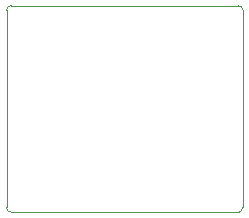
<source format=gbr>
%TF.GenerationSoftware,KiCad,Pcbnew,6.0.0-d3dd2cf0fa~116~ubuntu20.04.1*%
%TF.CreationDate,2022-02-06T14:44:10+01:00*%
%TF.ProjectId,vreg1,76726567-312e-46b6-9963-61645f706362,rev?*%
%TF.SameCoordinates,Original*%
%TF.FileFunction,Profile,NP*%
%FSLAX46Y46*%
G04 Gerber Fmt 4.6, Leading zero omitted, Abs format (unit mm)*
G04 Created by KiCad (PCBNEW 6.0.0-d3dd2cf0fa~116~ubuntu20.04.1) date 2022-02-06 14:44:10*
%MOMM*%
%LPD*%
G01*
G04 APERTURE LIST*
%TA.AperFunction,Profile*%
%ADD10C,0.100000*%
%TD*%
G04 APERTURE END LIST*
D10*
X97600000Y-81700000D02*
X116800000Y-81700000D01*
X97200000Y-98800000D02*
X97200000Y-82100000D01*
X116800000Y-99200000D02*
G75*
G03*
X117200000Y-98800000I1J399999D01*
G01*
X97200000Y-98800000D02*
G75*
G03*
X97600000Y-99200000I399999J-1D01*
G01*
X116900000Y-99200000D02*
X97600000Y-99200000D01*
X117200000Y-82100000D02*
G75*
G03*
X116800000Y-81700000I-399999J1D01*
G01*
X117200000Y-82100000D02*
X117200000Y-98800000D01*
X97600000Y-81700000D02*
G75*
G03*
X97200000Y-82100000I-1J-399999D01*
G01*
M02*

</source>
